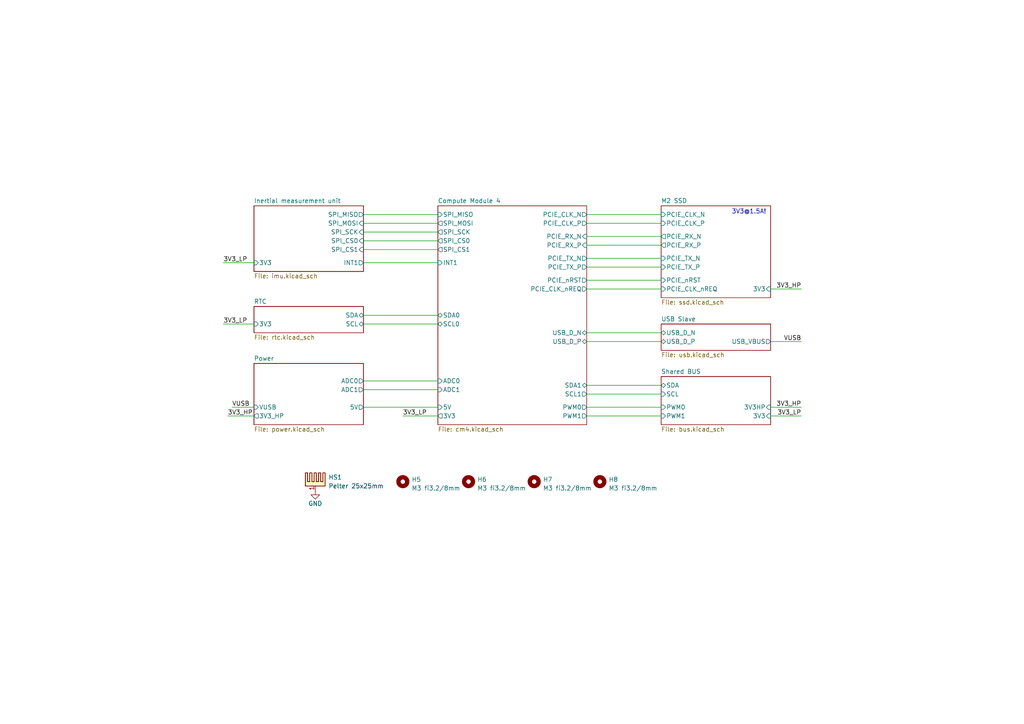
<source format=kicad_sch>
(kicad_sch (version 20230121) (generator eeschema)
  (paper "A4")
  (title_block (title "Payload 2023 CM4 Board") (date "2023-04-25") (rev "0.1WIP") (company "AGH Space Systems") (comment 1 "Filip Tomczyk") (comment 2 "SQ3TLE.DEV"))
  (lib_symbols
    (symbol "Mechanical:Heatsink_Pad" (pin_names (offset 0))
      (property "Reference" "HS" (at 0 5.715 0))
      (property "Value" "Heatsink_Pad" (at 0 3.81 0))
      (symbol "Heatsink_Pad_0_1"
        (polyline (pts (xy -0.3302 0) (xy -0.9652 0) (xy -0.9652 2.54) (xy -1.6002 2.54) (xy -1.6002 0) (xy -2.2352 0) (xy -2.2352 2.54) (xy -2.8702 2.54) (xy -2.8702 -1.27) (xy -0.9652 -1.27)) (stroke (width 0.254)) (fill (type background)))
        (polyline (pts (xy -0.3302 0) (xy -0.3302 2.54) (xy 0.3048 2.54) (xy 0.3048 0) (xy 0.9398 0) (xy 0.9398 2.54) (xy 1.5748 2.54) (xy 1.5748 0) (xy 2.2098 0) (xy 2.2098 2.54) (xy 2.8448 2.54) (xy 2.8448 -1.27) (xy -0.9652 -1.27)) (stroke (width 0.254)) (fill (type background)))
      )
      (symbol "Heatsink_Pad_1_1"
        (pin passive line (at 0 -2.54 90) (length 1.27) (name "~") (number "1"))
      )
    )
    (symbol "Mechanical:MountingHole" (pin_names (offset 1.016))
      (property "Reference" "H" (at 0 5.08 0))
      (property "Value" "MountingHole" (at 0 3.175 0))
      (symbol "MountingHole_0_1"
        (circle (center 0 0) (radius 1.27) (stroke (width 1.27)))
      )
    )
    (symbol "power:GND" (power) (pin_names (offset 0))
      (property "Value" "GND" (at 0 -3.81 0))
      (symbol "GND_0_1"
        (polyline (pts (xy 0 0) (xy 0 -1.27) (xy 1.27 -1.27) (xy 0 -2.54) (xy -1.27 -1.27) (xy 0 -1.27)))
      )
      (symbol "GND_1_1"
        (pin power_in line (at 0 0 270) (length 0) hide (name "GND") (number "1"))
      )
    )
  )
  (wire (pts (xy 170.18 68.58) (xy 191.77 68.58)))
  (wire (pts (xy 170.18 81.28) (xy 191.77 81.28)))
  (wire (pts (xy 223.52 99.06) (xy 232.41 99.06)))
  (wire (pts (xy 170.18 120.65) (xy 191.77 120.65)))
  (wire (pts (xy 105.41 113.03) (xy 127 113.03)))
  (wire (pts (xy 223.52 120.65) (xy 232.41 120.65)))
  (wire (pts (xy 223.52 118.11) (xy 232.41 118.11)))
  (wire (pts (xy 64.77 93.98) (xy 73.66 93.98)))
  (wire (pts (xy 105.41 110.49) (xy 127 110.49)))
  (wire (pts (xy 170.18 114.3) (xy 191.77 114.3)))
  (wire (pts (xy 170.18 74.93) (xy 191.77 74.93)))
  (wire (pts (xy 170.18 118.11) (xy 191.77 118.11)))
  (wire (pts (xy 116.84 120.65) (xy 127 120.65)))
  (wire (pts (xy 170.18 83.82) (xy 191.77 83.82)))
  (wire (pts (xy 105.41 76.2) (xy 127 76.2)))
  (wire (pts (xy 170.18 64.77) (xy 191.77 64.77)))
  (wire (pts (xy 67.31 118.11) (xy 73.66 118.11)))
  (wire (pts (xy 105.41 118.11) (xy 127 118.11)))
  (wire (pts (xy 105.41 67.31) (xy 127 67.31)))
  (wire (pts (xy 170.18 111.76) (xy 191.77 111.76)))
  (wire (pts (xy 170.18 62.23) (xy 191.77 62.23)))
  (wire (pts (xy 105.41 91.44) (xy 127 91.44)))
  (wire (pts (xy 223.52 83.82) (xy 232.41 83.82)))
  (wire (pts (xy 105.41 93.98) (xy 127 93.98)))
  (wire (pts (xy 66.04 120.65) (xy 73.66 120.65)))
  (wire (pts (xy 170.18 96.52) (xy 191.77 96.52)))
  (wire (pts (xy 170.18 77.47) (xy 191.77 77.47)))
  (wire (pts (xy 105.41 64.77) (xy 127 64.77)))
  (wire (pts (xy 170.18 71.12) (xy 191.77 71.12)))
  (wire (pts (xy 105.41 69.85) (xy 127 69.85)))
  (wire (pts (xy 64.77 76.2) (xy 73.66 76.2)))
  (wire (pts (xy 105.41 72.39) (xy 127 72.39)))
  (wire (pts (xy 105.41 62.23) (xy 127 62.23)))
  (wire (pts (xy 170.18 99.06) (xy 191.77 99.06)))
  (text "3V3@1.5A!" (at 222.25 62.23 0) (effects (font (size 1.27 1.27)) (justify right bottom)))
  (label "VUSB" (at 67.31 118.11 0))
  (label "3V3_HP" (at 66.04 120.65 0))
  (label "3V3_LP" (at 64.77 76.2 0))
  (label "VUSB" (at 232.41 99.06 180))
  (label "3V3_LP" (at 232.41 120.65 180))
  (label "3V3_HP" (at 232.41 83.82 180))
  (label "3V3_LP" (at 64.77 93.98 0))
  (label "3V3_LP" (at 116.84 120.65 0))
  (label "3V3_HP" (at 232.41 118.11 180))
  (symbol (lib_id "Mechanical:MountingHole") (at 173.99 139.7 0) (unit 1)
    (property "Reference" "H8" (at 176.53 139.065 0) (effects (justify left)))
    (property "Value" "M3 fi3.2/8mm" (at 176.53 141.605 0) (effects (justify left)))
    (property "Footprint" "LibLoader:MountingHole_3.2mm_M3_8mm" (effects hide))
  )
  (symbol (lib_id "Mechanical:MountingHole") (at 154.94 139.7 0) (unit 1)
    (property "Reference" "H7" (at 157.48 139.065 0) (effects (justify left)))
    (property "Value" "M3 fi3.2/8mm" (at 157.48 141.605 0) (effects (justify left)))
    (property "Footprint" "LibLoader:MountingHole_3.2mm_M3_8mm" (effects hide))
  )
  (symbol (lib_id "Mechanical:MountingHole") (at 116.84 139.7 0) (unit 1)
    (property "Reference" "H5" (at 119.38 139.065 0) (effects (justify left)))
    (property "Value" "M3 fi3.2/8mm" (at 119.38 141.605 0) (effects (justify left)))
    (property "Footprint" "LibLoader:MountingHole_3.2mm_M3_8mm" (effects hide))
  )
  (symbol (lib_id "Mechanical:MountingHole") (at 135.89 139.7 0) (unit 1)
    (property "Reference" "H6" (at 138.43 139.065 0) (effects (justify left)))
    (property "Value" "M3 fi3.2/8mm" (at 138.43 141.605 0) (effects (justify left)))
    (property "Footprint" "LibLoader:MountingHole_3.2mm_M3_8mm" (effects hide))
  )
  (symbol (lib_id "power:GND") (at 91.44 142.24 0) (unit 1)
    (property "Reference" "#PWR042" (effects hide))
    (property "Value" "GND" (at 91.44 146.05 0))
  )
  (symbol (lib_id "Mechanical:Heatsink_Pad") (at 91.44 139.7 0) (unit 1)
    (property "Reference" "HS1" (at 95.25 138.43 0) (effects (justify left)))
    (property "Value" "Pelter 25x25mm" (at 95.25 140.97 0) (effects (justify left)))
    (property "Footprint" "LibLoader:Peltier25_25" (effects hide))
  )
  (sheet (at 127 59.69) (size 43.18 63.5) (stroke (width 0.1524))
    (property "Sheetname" "Compute Module 4" (at 127 58.9784 0) (effects (justify left bottom)))
    (property "Sheetfile" "cm4.kicad_sch" (at 127 123.7746 0) (effects (justify left top)))
    (pin "PCIE_CLK_P" output (at 170.18 64.77 0))
    (pin "PCIE_CLK_N" output (at 170.18 62.23 0))
    (pin "PCIE_RX_P" input (at 170.18 71.12 0))
    (pin "PCIE_CLK_nREQ" output (at 170.18 83.82 0))
    (pin "PCIE_RX_N" input (at 170.18 68.58 0))
    (pin "PCIE_TX_P" output (at 170.18 77.47 0))
    (pin "PCIE_TX_N" output (at 170.18 74.93 0))
    (pin "USB_D_N" bidirectional (at 170.18 96.52 0))
    (pin "PCIE_nRST" output (at 170.18 81.28 0))
    (pin "USB_D_P" bidirectional (at 170.18 99.06 0))
    (pin "SPI_MISO" input (at 127 62.23 180))
    (pin "SPI_MOSI" output (at 127 64.77 180))
    (pin "INT1" input (at 127 76.2 180))
    (pin "SPI_SCK" output (at 127 67.31 180))
    (pin "5V" input (at 127 118.11 180))
    (pin "ADC0" input (at 127 110.49 180))
    (pin "ADC1" input (at 127 113.03 180))
    (pin "SCL0" bidirectional (at 127 93.98 180))
    (pin "SDA0" bidirectional (at 127 91.44 180))
    (pin "3V3" output (at 127 120.65 180))
    (pin "PWM1" output (at 170.18 120.65 0))
    (pin "PWM0" output (at 170.18 118.11 0))
    (pin "SDA1" bidirectional (at 170.18 111.76 0))
    (pin "SCL1" output (at 170.18 114.3 0))
    (pin "SPI_CS0" output (at 127 69.85 180))
    (pin "SPI_CS1" output (at 127 72.39 180))
  )
  (sheet (at 73.66 105.41) (size 31.75 17.78) (stroke (width 0.1524))
    (property "Sheetname" "Power" (at 73.66 104.6984 0) (effects (justify left bottom)))
    (property "Sheetfile" "power.kicad_sch" (at 73.66 123.7746 0) (effects (justify left top)))
    (pin "ADC1" output (at 105.41 113.03 0))
    (pin "3V3_HP" output (at 73.66 120.65 180))
    (pin "5V" output (at 105.41 118.11 0))
    (pin "VUSB" input (at 73.66 118.11 180))
    (pin "ADC0" output (at 105.41 110.49 0))
  )
  (sheet (at 191.77 109.22) (size 31.75 13.97) (stroke (width 0.1524))
    (property "Sheetname" "Shared BUS" (at 191.77 108.5084 0) (effects (justify left bottom)))
    (property "Sheetfile" "bus.kicad_sch" (at 191.77 123.7746 0) (effects (justify left top)))
    (pin "SDA" bidirectional (at 191.77 111.76 180))
    (pin "SCL" input (at 191.77 114.3 180))
    (pin "3V3" input (at 223.52 120.65 0))
    (pin "PWM0" input (at 191.77 118.11 180))
    (pin "PWM1" input (at 191.77 120.65 180))
    (pin "3V3HP" input (at 223.52 118.11 0))
  )
  (sheet (at 191.77 59.69) (size 31.75 26.67) (stroke (width 0.1524))
    (property "Sheetname" "M2 SSD" (at 191.77 58.9784 0) (effects (justify left bottom)))
    (property "Sheetfile" "ssd.kicad_sch" (at 191.77 86.9446 0) (effects (justify left top)))
    (pin "PCIE_CLK_nREQ" input (at 191.77 83.82 180))
    (pin "PCIE_TX_P" input (at 191.77 77.47 180))
    (pin "PCIE_nRST" input (at 191.77 81.28 180))
    (pin "PCIE_RX_N" output (at 191.77 68.58 180))
    (pin "PCIE_TX_N" input (at 191.77 74.93 180))
    (pin "PCIE_RX_P" output (at 191.77 71.12 180))
    (pin "3V3" input (at 223.52 83.82 0))
    (pin "PCIE_CLK_P" input (at 191.77 64.77 180))
    (pin "PCIE_CLK_N" input (at 191.77 62.23 180))
  )
  (sheet (at 191.77 93.98) (size 31.75 7.62) (stroke (width 0.1524))
    (property "Sheetname" "USB Slave" (at 191.77 93.2684 0) (effects (justify left bottom)))
    (property "Sheetfile" "usb.kicad_sch" (at 191.77 102.1846 0) (effects (justify left top)))
    (pin "USB_VBUS" output (at 223.52 99.06 0))
    (pin "USB_D_N" bidirectional (at 191.77 96.52 180))
    (pin "USB_D_P" bidirectional (at 191.77 99.06 180))
  )
  (sheet (at 73.66 88.9) (size 31.75 7.62) (stroke (width 0.1524))
    (property "Sheetname" "RTC" (at 73.66 88.1884 0) (effects (justify left bottom)))
    (property "Sheetfile" "rtc.kicad_sch" (at 73.66 97.1046 0) (effects (justify left top)))
    (pin "3V3" input (at 73.66 93.98 180))
    (pin "SCL" bidirectional (at 105.41 93.98 0))
    (pin "SDA" bidirectional (at 105.41 91.44 0))
  )
  (sheet (at 73.66 59.69) (size 31.75 19.05) (stroke (width 0.1524))
    (property "Sheetname" "Inertial measurement unit" (at 73.66 58.9784 0) (effects (justify left bottom)))
    (property "Sheetfile" "imu.kicad_sch" (at 73.66 79.3246 0) (effects (justify left top)))
    (pin "INT1" output (at 105.41 76.2 0))
    (pin "3V3" input (at 73.66 76.2 180))
    (pin "SPI_MISO" output (at 105.41 62.23 0))
    (pin "SPI_MOSI" input (at 105.41 64.77 0))
    (pin "SPI_SCK" input (at 105.41 67.31 0))
    (pin "SPI_CS0" input (at 105.41 69.85 0))
    (pin "SPI_CS1" input (at 105.41 72.39 0))
  )
)
</source>
